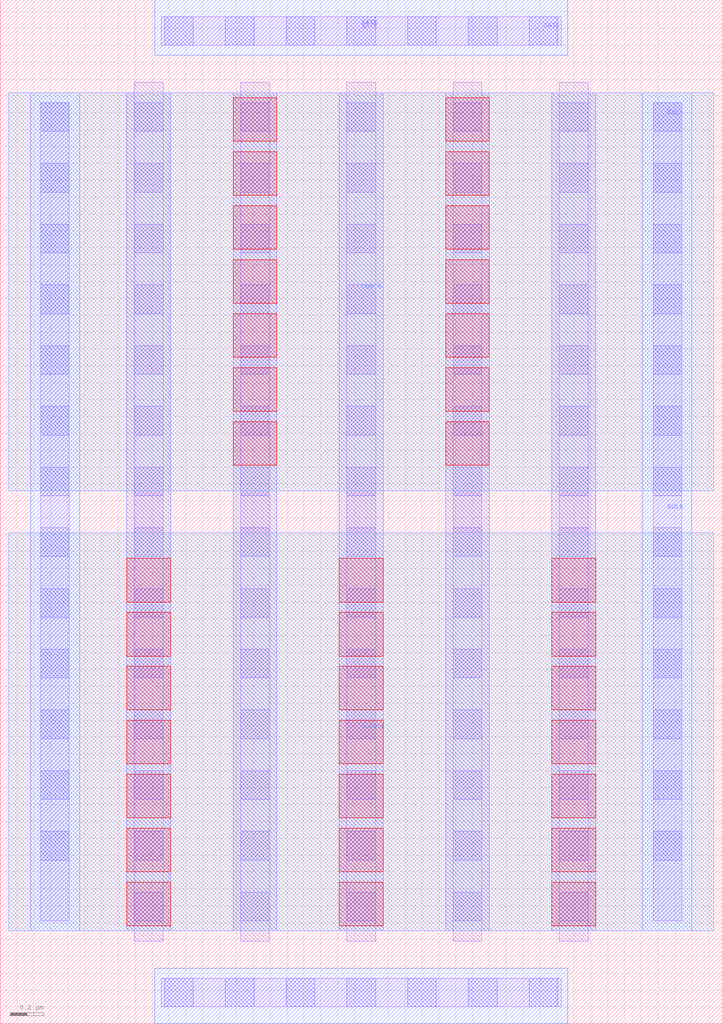
<source format=lef>
# Copyright 2020 The SkyWater PDK Authors
#
# Licensed under the Apache License, Version 2.0 (the "License");
# you may not use this file except in compliance with the License.
# You may obtain a copy of the License at
#
#     https://www.apache.org/licenses/LICENSE-2.0
#
# Unless required by applicable law or agreed to in writing, software
# distributed under the License is distributed on an "AS IS" BASIS,
# WITHOUT WARRANTIES OR CONDITIONS OF ANY KIND, either express or implied.
# See the License for the specific language governing permissions and
# limitations under the License.
#
# SPDX-License-Identifier: Apache-2.0

VERSION 5.7 ;
  NOWIREEXTENSIONATPIN ON ;
  DIVIDERCHAR "/" ;
  BUSBITCHARS "[]" ;
MACRO sky130_fd_pr__rf_pfet_01v8_lvt_aM04W5p00L0p35
  CLASS BLOCK ;
  FOREIGN sky130_fd_pr__rf_pfet_01v8_lvt_aM04W5p00L0p35 ;
  ORIGIN  0.000000  0.000000 ;
  SIZE  4.280000 BY  6.070000 ;
  PIN BULK
    ANTENNADIFFAREA  2.929000 ;
    PORT
      LAYER li1 ;
        RECT 0.240000 0.610000 0.410000 5.460000 ;
        RECT 3.870000 0.610000 4.040000 5.460000 ;
      LAYER mcon ;
        RECT 0.240000 0.970000 0.410000 1.140000 ;
        RECT 0.240000 1.330000 0.410000 1.500000 ;
        RECT 0.240000 1.690000 0.410000 1.860000 ;
        RECT 0.240000 2.050000 0.410000 2.220000 ;
        RECT 0.240000 2.410000 0.410000 2.580000 ;
        RECT 0.240000 2.770000 0.410000 2.940000 ;
        RECT 0.240000 3.130000 0.410000 3.300000 ;
        RECT 0.240000 3.490000 0.410000 3.660000 ;
        RECT 0.240000 3.850000 0.410000 4.020000 ;
        RECT 0.240000 4.210000 0.410000 4.380000 ;
        RECT 0.240000 4.570000 0.410000 4.740000 ;
        RECT 0.240000 4.930000 0.410000 5.100000 ;
        RECT 0.240000 5.290000 0.410000 5.460000 ;
        RECT 3.870000 0.970000 4.040000 1.140000 ;
        RECT 3.870000 1.330000 4.040000 1.500000 ;
        RECT 3.870000 1.690000 4.040000 1.860000 ;
        RECT 3.870000 2.050000 4.040000 2.220000 ;
        RECT 3.870000 2.410000 4.040000 2.580000 ;
        RECT 3.870000 2.770000 4.040000 2.940000 ;
        RECT 3.870000 3.130000 4.040000 3.300000 ;
        RECT 3.870000 3.490000 4.040000 3.660000 ;
        RECT 3.870000 3.850000 4.040000 4.020000 ;
        RECT 3.870000 4.210000 4.040000 4.380000 ;
        RECT 3.870000 4.570000 4.040000 4.740000 ;
        RECT 3.870000 4.930000 4.040000 5.100000 ;
        RECT 3.870000 5.290000 4.040000 5.460000 ;
    END
    PORT
      LAYER met1 ;
        RECT 0.180000 0.550000 0.470000 5.520000 ;
        RECT 3.810000 0.550000 4.100000 5.520000 ;
    END
  END BULK
  PIN DRAIN
    ANTENNADIFFAREA  2.828000 ;
    PORT
      LAYER met2 ;
        RECT 0.050000 3.160000 4.230000 5.520000 ;
    END
  END DRAIN
  PIN GATE
    ANTENNAGATEAREA  7.070000 ;
    PORT
      LAYER li1 ;
        RECT 0.955000 0.100000 3.325000 0.270000 ;
        RECT 0.955000 5.800000 3.325000 5.970000 ;
      LAYER mcon ;
        RECT 0.975000 0.100000 1.145000 0.270000 ;
        RECT 0.975000 5.800000 1.145000 5.970000 ;
        RECT 1.335000 0.100000 1.505000 0.270000 ;
        RECT 1.335000 5.800000 1.505000 5.970000 ;
        RECT 1.695000 0.100000 1.865000 0.270000 ;
        RECT 1.695000 5.800000 1.865000 5.970000 ;
        RECT 2.055000 0.100000 2.225000 0.270000 ;
        RECT 2.055000 5.800000 2.225000 5.970000 ;
        RECT 2.415000 0.100000 2.585000 0.270000 ;
        RECT 2.415000 5.800000 2.585000 5.970000 ;
        RECT 2.775000 0.100000 2.945000 0.270000 ;
        RECT 2.775000 5.800000 2.945000 5.970000 ;
        RECT 3.135000 0.100000 3.305000 0.270000 ;
        RECT 3.135000 5.800000 3.305000 5.970000 ;
    END
    PORT
      LAYER met1 ;
        RECT 0.915000 0.000000 3.365000 0.330000 ;
        RECT 0.915000 5.740000 3.365000 6.070000 ;
    END
  END GATE
  PIN SOURCE
    ANTENNADIFFAREA  4.242000 ;
    PORT
      LAYER met2 ;
        RECT 0.050000 0.550000 4.230000 2.910000 ;
    END
  END SOURCE
  OBS
    LAYER li1 ;
      RECT 0.795000 0.490000 0.965000 5.580000 ;
      RECT 1.425000 0.490000 1.595000 5.580000 ;
      RECT 2.055000 0.490000 2.225000 5.580000 ;
      RECT 2.685000 0.490000 2.855000 5.580000 ;
      RECT 3.315000 0.490000 3.485000 5.580000 ;
    LAYER mcon ;
      RECT 0.795000 0.610000 0.965000 0.780000 ;
      RECT 0.795000 0.970000 0.965000 1.140000 ;
      RECT 0.795000 1.330000 0.965000 1.500000 ;
      RECT 0.795000 1.690000 0.965000 1.860000 ;
      RECT 0.795000 2.050000 0.965000 2.220000 ;
      RECT 0.795000 2.410000 0.965000 2.580000 ;
      RECT 0.795000 2.770000 0.965000 2.940000 ;
      RECT 0.795000 3.130000 0.965000 3.300000 ;
      RECT 0.795000 3.490000 0.965000 3.660000 ;
      RECT 0.795000 3.850000 0.965000 4.020000 ;
      RECT 0.795000 4.210000 0.965000 4.380000 ;
      RECT 0.795000 4.570000 0.965000 4.740000 ;
      RECT 0.795000 4.930000 0.965000 5.100000 ;
      RECT 0.795000 5.290000 0.965000 5.460000 ;
      RECT 1.425000 0.610000 1.595000 0.780000 ;
      RECT 1.425000 0.970000 1.595000 1.140000 ;
      RECT 1.425000 1.330000 1.595000 1.500000 ;
      RECT 1.425000 1.690000 1.595000 1.860000 ;
      RECT 1.425000 2.050000 1.595000 2.220000 ;
      RECT 1.425000 2.410000 1.595000 2.580000 ;
      RECT 1.425000 2.770000 1.595000 2.940000 ;
      RECT 1.425000 3.130000 1.595000 3.300000 ;
      RECT 1.425000 3.490000 1.595000 3.660000 ;
      RECT 1.425000 3.850000 1.595000 4.020000 ;
      RECT 1.425000 4.210000 1.595000 4.380000 ;
      RECT 1.425000 4.570000 1.595000 4.740000 ;
      RECT 1.425000 4.930000 1.595000 5.100000 ;
      RECT 1.425000 5.290000 1.595000 5.460000 ;
      RECT 2.055000 0.610000 2.225000 0.780000 ;
      RECT 2.055000 0.970000 2.225000 1.140000 ;
      RECT 2.055000 1.330000 2.225000 1.500000 ;
      RECT 2.055000 1.690000 2.225000 1.860000 ;
      RECT 2.055000 2.050000 2.225000 2.220000 ;
      RECT 2.055000 2.410000 2.225000 2.580000 ;
      RECT 2.055000 2.770000 2.225000 2.940000 ;
      RECT 2.055000 3.130000 2.225000 3.300000 ;
      RECT 2.055000 3.490000 2.225000 3.660000 ;
      RECT 2.055000 3.850000 2.225000 4.020000 ;
      RECT 2.055000 4.210000 2.225000 4.380000 ;
      RECT 2.055000 4.570000 2.225000 4.740000 ;
      RECT 2.055000 4.930000 2.225000 5.100000 ;
      RECT 2.055000 5.290000 2.225000 5.460000 ;
      RECT 2.685000 0.610000 2.855000 0.780000 ;
      RECT 2.685000 0.970000 2.855000 1.140000 ;
      RECT 2.685000 1.330000 2.855000 1.500000 ;
      RECT 2.685000 1.690000 2.855000 1.860000 ;
      RECT 2.685000 2.050000 2.855000 2.220000 ;
      RECT 2.685000 2.410000 2.855000 2.580000 ;
      RECT 2.685000 2.770000 2.855000 2.940000 ;
      RECT 2.685000 3.130000 2.855000 3.300000 ;
      RECT 2.685000 3.490000 2.855000 3.660000 ;
      RECT 2.685000 3.850000 2.855000 4.020000 ;
      RECT 2.685000 4.210000 2.855000 4.380000 ;
      RECT 2.685000 4.570000 2.855000 4.740000 ;
      RECT 2.685000 4.930000 2.855000 5.100000 ;
      RECT 2.685000 5.290000 2.855000 5.460000 ;
      RECT 3.315000 0.610000 3.485000 0.780000 ;
      RECT 3.315000 0.970000 3.485000 1.140000 ;
      RECT 3.315000 1.330000 3.485000 1.500000 ;
      RECT 3.315000 1.690000 3.485000 1.860000 ;
      RECT 3.315000 2.050000 3.485000 2.220000 ;
      RECT 3.315000 2.410000 3.485000 2.580000 ;
      RECT 3.315000 2.770000 3.485000 2.940000 ;
      RECT 3.315000 3.130000 3.485000 3.300000 ;
      RECT 3.315000 3.490000 3.485000 3.660000 ;
      RECT 3.315000 3.850000 3.485000 4.020000 ;
      RECT 3.315000 4.210000 3.485000 4.380000 ;
      RECT 3.315000 4.570000 3.485000 4.740000 ;
      RECT 3.315000 4.930000 3.485000 5.100000 ;
      RECT 3.315000 5.290000 3.485000 5.460000 ;
    LAYER met1 ;
      RECT 0.750000 0.550000 1.010000 5.520000 ;
      RECT 1.380000 0.550000 1.640000 5.520000 ;
      RECT 2.010000 0.550000 2.270000 5.520000 ;
      RECT 2.640000 0.550000 2.900000 5.520000 ;
      RECT 3.270000 0.550000 3.530000 5.520000 ;
    LAYER via ;
      RECT 0.750000 0.580000 1.010000 0.840000 ;
      RECT 0.750000 0.900000 1.010000 1.160000 ;
      RECT 0.750000 1.220000 1.010000 1.480000 ;
      RECT 0.750000 1.540000 1.010000 1.800000 ;
      RECT 0.750000 1.860000 1.010000 2.120000 ;
      RECT 0.750000 2.180000 1.010000 2.440000 ;
      RECT 0.750000 2.500000 1.010000 2.760000 ;
      RECT 1.380000 3.310000 1.640000 3.570000 ;
      RECT 1.380000 3.630000 1.640000 3.890000 ;
      RECT 1.380000 3.950000 1.640000 4.210000 ;
      RECT 1.380000 4.270000 1.640000 4.530000 ;
      RECT 1.380000 4.590000 1.640000 4.850000 ;
      RECT 1.380000 4.910000 1.640000 5.170000 ;
      RECT 1.380000 5.230000 1.640000 5.490000 ;
      RECT 2.010000 0.580000 2.270000 0.840000 ;
      RECT 2.010000 0.900000 2.270000 1.160000 ;
      RECT 2.010000 1.220000 2.270000 1.480000 ;
      RECT 2.010000 1.540000 2.270000 1.800000 ;
      RECT 2.010000 1.860000 2.270000 2.120000 ;
      RECT 2.010000 2.180000 2.270000 2.440000 ;
      RECT 2.010000 2.500000 2.270000 2.760000 ;
      RECT 2.640000 3.310000 2.900000 3.570000 ;
      RECT 2.640000 3.630000 2.900000 3.890000 ;
      RECT 2.640000 3.950000 2.900000 4.210000 ;
      RECT 2.640000 4.270000 2.900000 4.530000 ;
      RECT 2.640000 4.590000 2.900000 4.850000 ;
      RECT 2.640000 4.910000 2.900000 5.170000 ;
      RECT 2.640000 5.230000 2.900000 5.490000 ;
      RECT 3.270000 0.580000 3.530000 0.840000 ;
      RECT 3.270000 0.900000 3.530000 1.160000 ;
      RECT 3.270000 1.220000 3.530000 1.480000 ;
      RECT 3.270000 1.540000 3.530000 1.800000 ;
      RECT 3.270000 1.860000 3.530000 2.120000 ;
      RECT 3.270000 2.180000 3.530000 2.440000 ;
      RECT 3.270000 2.500000 3.530000 2.760000 ;
  END
END sky130_fd_pr__rf_pfet_01v8_lvt_aM04W5p00L0p35
END LIBRARY

</source>
